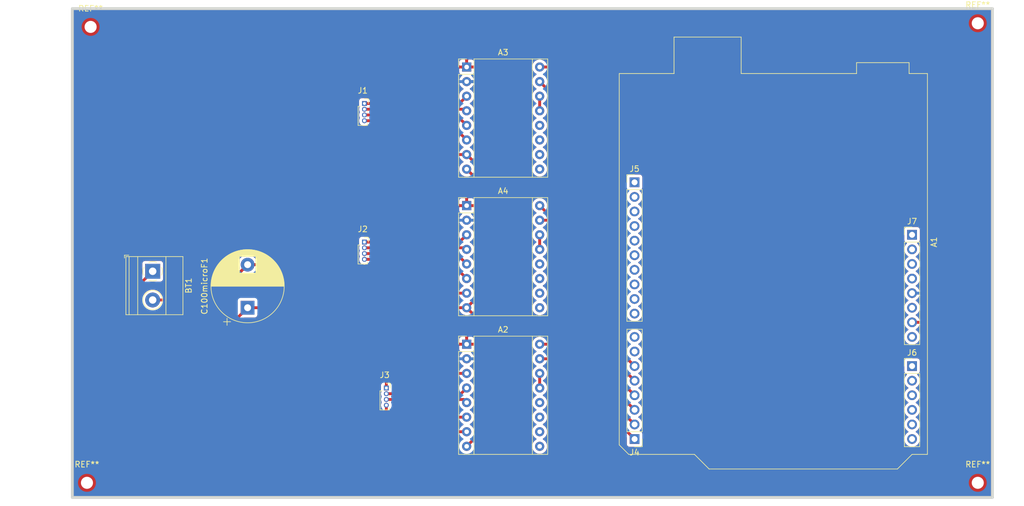
<source format=kicad_pcb>
(kicad_pcb (version 20171130) (host pcbnew "(5.1.9)-1")
  (layers (0 F.Cu signal) (31 B.Cu signal) (34 B.Paste user) (35 F.Paste user) (36 B.SilkS user) (37 F.SilkS user) (38 B.Mask user) (39 F.Mask user) (44 Edge.Cuts user))
  (net 0 "")
  (net 1 "Net-(A1-Pad32)")
  (net 2 "Net-(A1-Pad31)")
  (net 3 "Net-(A1-Pad1)")
  (net 4 "Net-(A1-Pad17)")
  (net 5 "Net-(A1-Pad2)")
  (net 6 "Net-(A1-Pad18)")
  (net 7 "Net-(A1-Pad3)")
  (net 8 "Net-(A1-Pad19)")
  (net 9 "Net-(A1-Pad4)")
  (net 10 "Net-(A1-Pad20)")
  (net 11 +5V)
  (net 12 "Net-(A1-Pad21)")
  (net 13 "Net-(A1-Pad6)")
  (net 14 "Net-(A1-Pad22)")
  (net 15 GND)
  (net 16 "Net-(A1-Pad23)")
  (net 17 "Net-(A1-Pad8)")
  (net 18 "Net-(A1-Pad24)")
  (net 19 "Net-(A1-Pad9)")
  (net 20 "Net-(A1-Pad25)")
  (net 21 "Net-(A1-Pad10)")
  (net 22 "Net-(A1-Pad26)")
  (net 23 "Net-(A1-Pad11)")
  (net 24 "Net-(A1-Pad27)")
  (net 25 "Net-(A1-Pad12)")
  (net 26 "Net-(A1-Pad28)")
  (net 27 "Net-(A1-Pad13)")
  (net 28 "Net-(A1-Pad29)")
  (net 29 "Net-(A1-Pad14)")
  (net 30 "Net-(A1-Pad30)")
  (net 31 "Net-(A1-Pad15)")
  (net 32 "Net-(A1-Pad16)")
  (net 33 "Net-(A2-Pad9)")
  (net 34 "Net-(A2-Pad10)")
  (net 35 "Net-(A2-Pad3)")
  (net 36 "Net-(A2-Pad11)")
  (net 37 "Net-(A2-Pad4)")
  (net 38 "Net-(A2-Pad12)")
  (net 39 "Net-(A2-Pad5)")
  (net 40 "Net-(A2-Pad13)")
  (net 41 "Net-(A2-Pad6)")
  (net 42 "Net-(A2-Pad7)")
  (net 43 "Net-(A2-Pad8)")
  (net 44 "Net-(A3-Pad9)")
  (net 45 "Net-(A3-Pad10)")
  (net 46 "Net-(A3-Pad3)")
  (net 47 "Net-(A3-Pad11)")
  (net 48 "Net-(A3-Pad4)")
  (net 49 "Net-(A3-Pad12)")
  (net 50 "Net-(A3-Pad5)")
  (net 51 "Net-(A3-Pad13)")
  (net 52 "Net-(A3-Pad6)")
  (net 53 "Net-(A4-Pad13)")
  (net 54 "Net-(A4-Pad6)")
  (net 55 "Net-(A4-Pad5)")
  (net 56 "Net-(A4-Pad12)")
  (net 57 "Net-(A4-Pad4)")
  (net 58 "Net-(A4-Pad11)")
  (net 59 "Net-(A4-Pad3)")
  (net 60 "Net-(A4-Pad10)")
  (net 61 "Net-(A4-Pad9)")
  (net 62 "Net-(J4-Pad7)")
  (net 63 "Net-(J4-Pad8)")
  (net 64 "Net-(J7-Pad1)")
  (net 65 "Net-(J7-Pad2)")
  (net 66 "Net-(J7-Pad3)")
  (net 67 "Net-(J7-Pad4)")
  (net 68 "Net-(J7-Pad5)")
  (net 69 "Net-(J7-Pad6)")
  (net 70 "Net-(J7-Pad7)")
  (net 71 "Net-(J7-Pad8)")
  (module Connector_PinHeader_2.54mm:PinHeader_1x08_P2.54mm_Vertical (layer F.Cu) (at 234.95 64.77)
    (fp_text reference J7 (at 0 -2.33) (layer F.SilkS))
    (fp_text value Conn_01x08_Male)
    (pad 1 thru_hole rect (at 0 0) (size 1.7 1.7) (drill 1) (layers *.Cu *.Mask) (net 64 "Net-(J7-Pad1)"))
    (pad 2 thru_hole oval (at 0 2.54) (size 1.7 1.7) (drill 1) (layers *.Cu *.Mask) (net 65 "Net-(J7-Pad2)"))
    (pad 3 thru_hole oval (at 0 5.08) (size 1.7 1.7) (drill 1) (layers *.Cu *.Mask) (net 66 "Net-(J7-Pad3)"))
    (pad 4 thru_hole oval (at 0 7.62) (size 1.7 1.7) (drill 1) (layers *.Cu *.Mask) (net 67 "Net-(J7-Pad4)"))
    (pad 5 thru_hole oval (at 0 10.16) (size 1.7 1.7) (drill 1) (layers *.Cu *.Mask) (net 68 "Net-(J7-Pad5)"))
    (pad 6 thru_hole oval (at 0 12.7) (size 1.7 1.7) (drill 1) (layers *.Cu *.Mask) (net 69 "Net-(J7-Pad6)"))
    (pad 7 thru_hole oval (at 0 15.24) (size 1.7 1.7) (drill 1) (layers *.Cu *.Mask) (net 70 "Net-(J7-Pad7)"))
    (pad 8 thru_hole oval (at 0 17.78) (size 1.7 1.7) (drill 1) (layers *.Cu *.Mask) (net 71 "Net-(J7-Pad8)"))
  )
  (module Module:Pololu_Breakout-16_15.2x20.3mm (layer F.Cu) (at 157.48 83.82)
    (fp_text reference A2 (at 6.35 -2.54) (layer F.SilkS))
    (fp_text value Pololu_Breakout_A4988)
    (pad 1 thru_hole rect (at 0 0) (size 1.6 1.6) (drill 0.8) (layers *.Cu *.Mask) (net 15 GND))
    (pad 9 thru_hole oval (at 12.7 17.78) (size 1.6 1.6) (drill 0.8) (layers *.Cu *.Mask) (net 33 "Net-(A2-Pad9)"))
    (pad 2 thru_hole oval (at 0 2.54) (size 1.6 1.6) (drill 0.8) (layers *.Cu *.Mask) (net 11 +5V))
    (pad 10 thru_hole oval (at 12.7 15.24) (size 1.6 1.6) (drill 0.8) (layers *.Cu *.Mask) (net 34 "Net-(A2-Pad10)"))
    (pad 3 thru_hole oval (at 0 5.08) (size 1.6 1.6) (drill 0.8) (layers *.Cu *.Mask) (net 35 "Net-(A2-Pad3)"))
    (pad 11 thru_hole oval (at 12.7 12.7) (size 1.6 1.6) (drill 0.8) (layers *.Cu *.Mask) (net 36 "Net-(A2-Pad11)"))
    (pad 4 thru_hole oval (at 0 7.62) (size 1.6 1.6) (drill 0.8) (layers *.Cu *.Mask) (net 37 "Net-(A2-Pad4)"))
    (pad 12 thru_hole oval (at 12.7 10.16) (size 1.6 1.6) (drill 0.8) (layers *.Cu *.Mask) (net 38 "Net-(A2-Pad12)"))
    (pad 5 thru_hole oval (at 0 10.16) (size 1.6 1.6) (drill 0.8) (layers *.Cu *.Mask) (net 39 "Net-(A2-Pad5)"))
    (pad 13 thru_hole oval (at 12.7 7.62) (size 1.6 1.6) (drill 0.8) (layers *.Cu *.Mask) (net 40 "Net-(A2-Pad13)"))
    (pad 6 thru_hole oval (at 0 12.7) (size 1.6 1.6) (drill 0.8) (layers *.Cu *.Mask) (net 41 "Net-(A2-Pad6)"))
    (pad 14 thru_hole oval (at 12.7 5.08) (size 1.6 1.6) (drill 0.8) (layers *.Cu *.Mask) (net 40 "Net-(A2-Pad13)"))
    (pad 7 thru_hole oval (at 0 15.24) (size 1.6 1.6) (drill 0.8) (layers *.Cu *.Mask) (net 42 "Net-(A2-Pad7)"))
    (pad 15 thru_hole oval (at 12.7 2.54) (size 1.6 1.6) (drill 0.8) (layers *.Cu *.Mask) (net 31 "Net-(A1-Pad15)"))
    (pad 8 thru_hole oval (at 0 17.78) (size 1.6 1.6) (drill 0.8) (layers *.Cu *.Mask) (net 43 "Net-(A2-Pad8)"))
    (pad 16 thru_hole oval (at 12.7 0) (size 1.6 1.6) (drill 0.8) (layers *.Cu *.Mask) (net 32 "Net-(A1-Pad16)"))
  )
  (module MountingHole:MountingHole_2.1mm (layer F.Cu) (at 92.075 28.575)
    (fp_text reference REF** (at 0 -3.2) (layer F.SilkS))
    (fp_text value MountingHole_2.1mm)
    (pad "" np_thru_hole circle (at 0 0) (size 2.1 2.1) (drill 2.1) (layers *.Cu *.Mask))
  )
  (module MountingHole:MountingHole_2.1mm (layer F.Cu) (at 91.44 107.95)
    (fp_text reference REF** (at 0 -3.2) (layer F.SilkS))
    (fp_text value MountingHole_2.1mm)
    (pad "" np_thru_hole circle (at 0 0) (size 2.1 2.1) (drill 2.1) (layers *.Cu *.Mask))
  )
  (module MountingHole:MountingHole_2.1mm (layer F.Cu) (at 246.38 107.95)
    (fp_text reference REF** (at 0 -3.2) (layer F.SilkS))
    (fp_text value MountingHole_2.1mm)
    (pad "" np_thru_hole circle (at 0 0) (size 2.1 2.1) (drill 2.1) (layers *.Cu *.Mask))
  )
  (module MountingHole:MountingHole_2.1mm (layer F.Cu) (at 246.38 27.94)
    (fp_text reference REF** (at 0 -3.2) (layer F.SilkS))
    (fp_text value MountingHole_2.1mm)
    (pad "" np_thru_hole circle (at 0 0) (size 2.1 2.1) (drill 2.1) (layers *.Cu *.Mask))
  )
  (module Module:Arduino_UNO_R3 (layer F.Cu) (at 234.95 64.77 270)
    (fp_text reference A1 (at 1.27 -3.81 270) (layer F.SilkS))
    (fp_text value Arduino_UNO_R3)
    (pad 32 thru_hole oval (at -9.14 48.26) (size 1.6 1.6) (drill 1) (layers *.Cu *.Mask) (net 1 "Net-(A1-Pad32)"))
    (pad 31 thru_hole oval (at -6.6 48.26) (size 1.6 1.6) (drill 1) (layers *.Cu *.Mask) (net 2 "Net-(A1-Pad31)"))
    (pad 1 thru_hole rect (at 0 0) (size 1.6 1.6) (drill 1) (layers *.Cu *.Mask) (net 3 "Net-(A1-Pad1)"))
    (pad 17 thru_hole oval (at 30.48 48.26) (size 1.6 1.6) (drill 1) (layers *.Cu *.Mask) (net 4 "Net-(A1-Pad17)"))
    (pad 2 thru_hole oval (at 2.54 0) (size 1.6 1.6) (drill 1) (layers *.Cu *.Mask) (net 5 "Net-(A1-Pad2)"))
    (pad 18 thru_hole oval (at 27.94 48.26) (size 1.6 1.6) (drill 1) (layers *.Cu *.Mask) (net 6 "Net-(A1-Pad18)"))
    (pad 3 thru_hole oval (at 5.08 0) (size 1.6 1.6) (drill 1) (layers *.Cu *.Mask) (net 7 "Net-(A1-Pad3)"))
    (pad 19 thru_hole oval (at 25.4 48.26) (size 1.6 1.6) (drill 1) (layers *.Cu *.Mask) (net 8 "Net-(A1-Pad19)"))
    (pad 4 thru_hole oval (at 7.62 0) (size 1.6 1.6) (drill 1) (layers *.Cu *.Mask) (net 9 "Net-(A1-Pad4)"))
    (pad 20 thru_hole oval (at 22.86 48.26) (size 1.6 1.6) (drill 1) (layers *.Cu *.Mask) (net 10 "Net-(A1-Pad20)"))
    (pad 5 thru_hole oval (at 10.16 0) (size 1.6 1.6) (drill 1) (layers *.Cu *.Mask) (net 11 +5V))
    (pad 21 thru_hole oval (at 20.32 48.26) (size 1.6 1.6) (drill 1) (layers *.Cu *.Mask) (net 12 "Net-(A1-Pad21)"))
    (pad 6 thru_hole oval (at 12.7 0) (size 1.6 1.6) (drill 1) (layers *.Cu *.Mask) (net 13 "Net-(A1-Pad6)"))
    (pad 22 thru_hole oval (at 17.78 48.26) (size 1.6 1.6) (drill 1) (layers *.Cu *.Mask) (net 14 "Net-(A1-Pad22)"))
    (pad 7 thru_hole oval (at 15.24 0) (size 1.6 1.6) (drill 1) (layers *.Cu *.Mask) (net 15 GND))
    (pad 23 thru_hole oval (at 13.72 48.26) (size 1.6 1.6) (drill 1) (layers *.Cu *.Mask) (net 16 "Net-(A1-Pad23)"))
    (pad 8 thru_hole oval (at 17.78 0) (size 1.6 1.6) (drill 1) (layers *.Cu *.Mask) (net 17 "Net-(A1-Pad8)"))
    (pad 24 thru_hole oval (at 11.18 48.26) (size 1.6 1.6) (drill 1) (layers *.Cu *.Mask) (net 18 "Net-(A1-Pad24)"))
    (pad 9 thru_hole oval (at 22.86 0) (size 1.6 1.6) (drill 1) (layers *.Cu *.Mask) (net 19 "Net-(A1-Pad9)"))
    (pad 25 thru_hole oval (at 8.64 48.26) (size 1.6 1.6) (drill 1) (layers *.Cu *.Mask) (net 20 "Net-(A1-Pad25)"))
    (pad 10 thru_hole oval (at 25.4 0) (size 1.6 1.6) (drill 1) (layers *.Cu *.Mask) (net 21 "Net-(A1-Pad10)"))
    (pad 26 thru_hole oval (at 6.1 48.26) (size 1.6 1.6) (drill 1) (layers *.Cu *.Mask) (net 22 "Net-(A1-Pad26)"))
    (pad 11 thru_hole oval (at 27.94 0) (size 1.6 1.6) (drill 1) (layers *.Cu *.Mask) (net 23 "Net-(A1-Pad11)"))
    (pad 27 thru_hole oval (at 3.56 48.26) (size 1.6 1.6) (drill 1) (layers *.Cu *.Mask) (net 24 "Net-(A1-Pad27)"))
    (pad 12 thru_hole oval (at 30.48 0) (size 1.6 1.6) (drill 1) (layers *.Cu *.Mask) (net 25 "Net-(A1-Pad12)"))
    (pad 28 thru_hole oval (at 1.02 48.26) (size 1.6 1.6) (drill 1) (layers *.Cu *.Mask) (net 26 "Net-(A1-Pad28)"))
    (pad 13 thru_hole oval (at 33.02 0) (size 1.6 1.6) (drill 1) (layers *.Cu *.Mask) (net 27 "Net-(A1-Pad13)"))
    (pad 29 thru_hole oval (at -1.52 48.26) (size 1.6 1.6) (drill 1) (layers *.Cu *.Mask) (net 28 "Net-(A1-Pad29)"))
    (pad 14 thru_hole oval (at 35.56 0) (size 1.6 1.6) (drill 1) (layers *.Cu *.Mask) (net 29 "Net-(A1-Pad14)"))
    (pad 30 thru_hole oval (at -4.06 48.26) (size 1.6 1.6) (drill 1) (layers *.Cu *.Mask) (net 30 "Net-(A1-Pad30)"))
    (pad 15 thru_hole oval (at 35.56 48.26) (size 1.6 1.6) (drill 1) (layers *.Cu *.Mask) (net 31 "Net-(A1-Pad15)"))
    (pad 16 thru_hole oval (at 33.02 48.26) (size 1.6 1.6) (drill 1) (layers *.Cu *.Mask) (net 32 "Net-(A1-Pad16)"))
  )
  (module TerminalBlock_Phoenix:TerminalBlock_Phoenix_MKDS-1,5-2_1x02_P5.00mm_Horizontal (layer F.Cu) (at 102.87 71.12 270)
    (fp_text reference BT1 (at 2.5 -6.26 90) (layer F.SilkS))
    (fp_text value Battery)
    (pad 1 thru_hole rect (at 0 0 270) (size 2.6 2.6) (drill 1.3) (layers *.Cu *.Mask) (net 43 "Net-(A2-Pad8)"))
    (pad 2 thru_hole circle (at 5 0 270) (size 2.6 2.6) (drill 1.3) (layers *.Cu *.Mask) (net 42 "Net-(A2-Pad7)"))
  )
  (module Module:Pololu_Breakout-16_15.2x20.3mm (layer F.Cu) (at 157.48 35.56)
    (fp_text reference A3 (at 6.35 -2.54) (layer F.SilkS))
    (fp_text value Pololu_Breakout_A4988)
    (pad 1 thru_hole rect (at 0 0) (size 1.6 1.6) (drill 0.8) (layers *.Cu *.Mask) (net 15 GND))
    (pad 9 thru_hole oval (at 12.7 17.78) (size 1.6 1.6) (drill 0.8) (layers *.Cu *.Mask) (net 44 "Net-(A3-Pad9)"))
    (pad 2 thru_hole oval (at 0 2.54) (size 1.6 1.6) (drill 0.8) (layers *.Cu *.Mask) (net 11 +5V))
    (pad 10 thru_hole oval (at 12.7 15.24) (size 1.6 1.6) (drill 0.8) (layers *.Cu *.Mask) (net 45 "Net-(A3-Pad10)"))
    (pad 3 thru_hole oval (at 0 5.08) (size 1.6 1.6) (drill 0.8) (layers *.Cu *.Mask) (net 46 "Net-(A3-Pad3)"))
    (pad 11 thru_hole oval (at 12.7 12.7) (size 1.6 1.6) (drill 0.8) (layers *.Cu *.Mask) (net 47 "Net-(A3-Pad11)"))
    (pad 4 thru_hole oval (at 0 7.62) (size 1.6 1.6) (drill 0.8) (layers *.Cu *.Mask) (net 48 "Net-(A3-Pad4)"))
    (pad 12 thru_hole oval (at 12.7 10.16) (size 1.6 1.6) (drill 0.8) (layers *.Cu *.Mask) (net 49 "Net-(A3-Pad12)"))
    (pad 5 thru_hole oval (at 0 10.16) (size 1.6 1.6) (drill 0.8) (layers *.Cu *.Mask) (net 50 "Net-(A3-Pad5)"))
    (pad 13 thru_hole oval (at 12.7 7.62) (size 1.6 1.6) (drill 0.8) (layers *.Cu *.Mask) (net 51 "Net-(A3-Pad13)"))
    (pad 6 thru_hole oval (at 0 12.7) (size 1.6 1.6) (drill 0.8) (layers *.Cu *.Mask) (net 52 "Net-(A3-Pad6)"))
    (pad 14 thru_hole oval (at 12.7 5.08) (size 1.6 1.6) (drill 0.8) (layers *.Cu *.Mask) (net 51 "Net-(A3-Pad13)"))
    (pad 7 thru_hole oval (at 0 15.24) (size 1.6 1.6) (drill 0.8) (layers *.Cu *.Mask) (net 42 "Net-(A2-Pad7)"))
    (pad 15 thru_hole oval (at 12.7 2.54) (size 1.6 1.6) (drill 0.8) (layers *.Cu *.Mask) (net 8 "Net-(A1-Pad19)"))
    (pad 8 thru_hole oval (at 0 17.78) (size 1.6 1.6) (drill 0.8) (layers *.Cu *.Mask) (net 43 "Net-(A2-Pad8)"))
    (pad 16 thru_hole oval (at 12.7 0) (size 1.6 1.6) (drill 0.8) (layers *.Cu *.Mask) (net 10 "Net-(A1-Pad20)"))
  )
  (module Module:Pololu_Breakout-16_15.2x20.3mm (layer F.Cu) (at 157.48 59.69)
    (fp_text reference A4 (at 6.35 -2.54) (layer F.SilkS))
    (fp_text value Pololu_Breakout_A4988)
    (pad 16 thru_hole oval (at 12.7 0) (size 1.6 1.6) (drill 0.8) (layers *.Cu *.Mask) (net 6 "Net-(A1-Pad18)"))
    (pad 8 thru_hole oval (at 0 17.78) (size 1.6 1.6) (drill 0.8) (layers *.Cu *.Mask) (net 43 "Net-(A2-Pad8)"))
    (pad 15 thru_hole oval (at 12.7 2.54) (size 1.6 1.6) (drill 0.8) (layers *.Cu *.Mask) (net 4 "Net-(A1-Pad17)"))
    (pad 7 thru_hole oval (at 0 15.24) (size 1.6 1.6) (drill 0.8) (layers *.Cu *.Mask) (net 42 "Net-(A2-Pad7)"))
    (pad 14 thru_hole oval (at 12.7 5.08) (size 1.6 1.6) (drill 0.8) (layers *.Cu *.Mask) (net 53 "Net-(A4-Pad13)"))
    (pad 6 thru_hole oval (at 0 12.7) (size 1.6 1.6) (drill 0.8) (layers *.Cu *.Mask) (net 54 "Net-(A4-Pad6)"))
    (pad 13 thru_hole oval (at 12.7 7.62) (size 1.6 1.6) (drill 0.8) (layers *.Cu *.Mask) (net 53 "Net-(A4-Pad13)"))
    (pad 5 thru_hole oval (at 0 10.16) (size 1.6 1.6) (drill 0.8) (layers *.Cu *.Mask) (net 55 "Net-(A4-Pad5)"))
    (pad 12 thru_hole oval (at 12.7 10.16) (size 1.6 1.6) (drill 0.8) (layers *.Cu *.Mask) (net 56 "Net-(A4-Pad12)"))
    (pad 4 thru_hole oval (at 0 7.62) (size 1.6 1.6) (drill 0.8) (layers *.Cu *.Mask) (net 57 "Net-(A4-Pad4)"))
    (pad 11 thru_hole oval (at 12.7 12.7) (size 1.6 1.6) (drill 0.8) (layers *.Cu *.Mask) (net 58 "Net-(A4-Pad11)"))
    (pad 3 thru_hole oval (at 0 5.08) (size 1.6 1.6) (drill 0.8) (layers *.Cu *.Mask) (net 59 "Net-(A4-Pad3)"))
    (pad 10 thru_hole oval (at 12.7 15.24) (size 1.6 1.6) (drill 0.8) (layers *.Cu *.Mask) (net 60 "Net-(A4-Pad10)"))
    (pad 2 thru_hole oval (at 0 2.54) (size 1.6 1.6) (drill 0.8) (layers *.Cu *.Mask) (net 11 +5V))
    (pad 9 thru_hole oval (at 12.7 17.78) (size 1.6 1.6) (drill 0.8) (layers *.Cu *.Mask) (net 61 "Net-(A4-Pad9)"))
    (pad 1 thru_hole rect (at 0 0) (size 1.6 1.6) (drill 0.8) (layers *.Cu *.Mask) (net 15 GND))
  )
  (module Capacitor_THT:CP_Radial_D12.5mm_P7.50mm (layer F.Cu) (at 119.38 77.47 90)
    (fp_text reference C100microF1 (at 3.75 -7.5 90) (layer F.SilkS))
    (fp_text value CP1)
    (pad 1 thru_hole rect (at 0 0 90) (size 2.4 2.4) (drill 1.2) (layers *.Cu *.Mask) (net 43 "Net-(A2-Pad8)"))
    (pad 2 thru_hole circle (at 7.5 0 90) (size 2.4 2.4) (drill 1.2) (layers *.Cu *.Mask) (net 42 "Net-(A2-Pad7)"))
  )
  (module Connector_PinSocket_1.00mm:PinSocket_1x04_P1.00mm_Vertical (layer F.Cu) (at 139.7 41.91)
    (fp_text reference J1 (at -0.29 -2.25) (layer F.SilkS))
    (fp_text value Conn_01x04_Female)
    (pad 1 thru_hole rect (at 0 0) (size 0.85 0.85) (drill 0.5) (layers *.Cu *.Mask) (net 46 "Net-(A3-Pad3)"))
    (pad 2 thru_hole oval (at 0 1) (size 0.85 0.85) (drill 0.5) (layers *.Cu *.Mask) (net 48 "Net-(A3-Pad4)"))
    (pad 3 thru_hole oval (at 0 2) (size 0.85 0.85) (drill 0.5) (layers *.Cu *.Mask) (net 50 "Net-(A3-Pad5)"))
    (pad 4 thru_hole oval (at 0 3) (size 0.85 0.85) (drill 0.5) (layers *.Cu *.Mask) (net 52 "Net-(A3-Pad6)"))
  )
  (module Connector_PinSocket_1.00mm:PinSocket_1x04_P1.00mm_Vertical (layer F.Cu) (at 139.7 66.04)
    (fp_text reference J2 (at -0.29 -2.25) (layer F.SilkS))
    (fp_text value Conn_01x04_Female)
    (pad 1 thru_hole rect (at 0 0) (size 0.85 0.85) (drill 0.5) (layers *.Cu *.Mask) (net 59 "Net-(A4-Pad3)"))
    (pad 2 thru_hole oval (at 0 1) (size 0.85 0.85) (drill 0.5) (layers *.Cu *.Mask) (net 57 "Net-(A4-Pad4)"))
    (pad 3 thru_hole oval (at 0 2) (size 0.85 0.85) (drill 0.5) (layers *.Cu *.Mask) (net 55 "Net-(A4-Pad5)"))
    (pad 4 thru_hole oval (at 0 3) (size 0.85 0.85) (drill 0.5) (layers *.Cu *.Mask) (net 54 "Net-(A4-Pad6)"))
  )
  (module Connector_PinSocket_1.00mm:PinSocket_1x04_P1.00mm_Vertical (layer F.Cu) (at 143.51 91.44)
    (fp_text reference J3 (at -0.29 -2.25) (layer F.SilkS))
    (fp_text value Conn_01x04_Female)
    (pad 4 thru_hole oval (at 0 3) (size 0.85 0.85) (drill 0.5) (layers *.Cu *.Mask) (net 41 "Net-(A2-Pad6)"))
    (pad 3 thru_hole oval (at 0 2) (size 0.85 0.85) (drill 0.5) (layers *.Cu *.Mask) (net 39 "Net-(A2-Pad5)"))
    (pad 2 thru_hole oval (at 0 1) (size 0.85 0.85) (drill 0.5) (layers *.Cu *.Mask) (net 37 "Net-(A2-Pad4)"))
    (pad 1 thru_hole rect (at 0 0) (size 0.85 0.85) (drill 0.5) (layers *.Cu *.Mask) (net 35 "Net-(A2-Pad3)"))
  )
  (module Connector_PinHeader_2.54mm:PinHeader_1x08_P2.54mm_Vertical (layer F.Cu) (at 186.69 100.33 180)
    (fp_text reference J4 (at 0 -2.33) (layer F.SilkS))
    (fp_text value Conn_01x08_Male)
    (pad 1 thru_hole rect (at 0 0 180) (size 1.7 1.7) (drill 1) (layers *.Cu *.Mask) (net 31 "Net-(A1-Pad15)"))
    (pad 2 thru_hole oval (at 0 2.54 180) (size 1.7 1.7) (drill 1) (layers *.Cu *.Mask) (net 32 "Net-(A1-Pad16)"))
    (pad 3 thru_hole oval (at 0 5.08 180) (size 1.7 1.7) (drill 1) (layers *.Cu *.Mask) (net 4 "Net-(A1-Pad17)"))
    (pad 4 thru_hole oval (at 0 7.62 180) (size 1.7 1.7) (drill 1) (layers *.Cu *.Mask) (net 6 "Net-(A1-Pad18)"))
    (pad 5 thru_hole oval (at 0 10.16 180) (size 1.7 1.7) (drill 1) (layers *.Cu *.Mask) (net 8 "Net-(A1-Pad19)"))
    (pad 6 thru_hole oval (at 0 12.7 180) (size 1.7 1.7) (drill 1) (layers *.Cu *.Mask) (net 10 "Net-(A1-Pad20)"))
    (pad 7 thru_hole oval (at 0 15.24 180) (size 1.7 1.7) (drill 1) (layers *.Cu *.Mask) (net 62 "Net-(J4-Pad7)"))
    (pad 8 thru_hole oval (at 0 17.78 180) (size 1.7 1.7) (drill 1) (layers *.Cu *.Mask) (net 63 "Net-(J4-Pad8)"))
  )
  (module Connector_PinHeader_2.54mm:PinHeader_1x10_P2.54mm_Vertical (layer F.Cu) (at 186.68 55.63)
    (fp_text reference J5 (at 0 -2.33) (layer F.SilkS))
    (fp_text value Conn_01x10_Male)
    (pad 1 thru_hole rect (at 0 0) (size 1.7 1.7) (drill 1) (layers *.Cu *.Mask) (net 1 "Net-(A1-Pad32)"))
    (pad 2 thru_hole oval (at 0 2.54) (size 1.7 1.7) (drill 1) (layers *.Cu *.Mask) (net 2 "Net-(A1-Pad31)"))
    (pad 3 thru_hole oval (at 0 5.08) (size 1.7 1.7) (drill 1) (layers *.Cu *.Mask) (net 30 "Net-(A1-Pad30)"))
    (pad 4 thru_hole oval (at 0 7.62) (size 1.7 1.7) (drill 1) (layers *.Cu *.Mask) (net 28 "Net-(A1-Pad29)"))
    (pad 5 thru_hole oval (at 0 10.16) (size 1.7 1.7) (drill 1) (layers *.Cu *.Mask) (net 26 "Net-(A1-Pad28)"))
    (pad 6 thru_hole oval (at 0 12.7) (size 1.7 1.7) (drill 1) (layers *.Cu *.Mask) (net 24 "Net-(A1-Pad27)"))
    (pad 7 thru_hole oval (at 0 15.24) (size 1.7 1.7) (drill 1) (layers *.Cu *.Mask) (net 22 "Net-(A1-Pad26)"))
    (pad 8 thru_hole oval (at 0 17.78) (size 1.7 1.7) (drill 1) (layers *.Cu *.Mask) (net 20 "Net-(A1-Pad25)"))
    (pad 9 thru_hole oval (at 0 20.32) (size 1.7 1.7) (drill 1) (layers *.Cu *.Mask) (net 18 "Net-(A1-Pad24)"))
    (pad 10 thru_hole oval (at 0 22.86) (size 1.7 1.7) (drill 1) (layers *.Cu *.Mask) (net 16 "Net-(A1-Pad23)"))
  )
  (module Connector_PinHeader_2.54mm:PinHeader_1x06_P2.54mm_Vertical (layer F.Cu) (at 234.95 87.63)
    (fp_text reference J6 (at 0 -2.33) (layer F.SilkS))
    (fp_text value Conn_01x06_Male)
    (pad 1 thru_hole rect (at 0 0) (size 1.7 1.7) (drill 1) (layers *.Cu *.Mask) (net 19 "Net-(A1-Pad9)"))
    (pad 2 thru_hole oval (at 0 2.54) (size 1.7 1.7) (drill 1) (layers *.Cu *.Mask) (net 21 "Net-(A1-Pad10)"))
    (pad 3 thru_hole oval (at 0 5.08) (size 1.7 1.7) (drill 1) (layers *.Cu *.Mask) (net 23 "Net-(A1-Pad11)"))
    (pad 4 thru_hole oval (at 0 7.62) (size 1.7 1.7) (drill 1) (layers *.Cu *.Mask) (net 25 "Net-(A1-Pad12)"))
    (pad 5 thru_hole oval (at 0 10.16) (size 1.7 1.7) (drill 1) (layers *.Cu *.Mask) (net 27 "Net-(A1-Pad13)"))
    (pad 6 thru_hole oval (at 0 12.7) (size 1.7 1.7) (drill 1) (layers *.Cu *.Mask) (net 29 "Net-(A1-Pad14)"))
  )
  (gr_line (start 248.92 110.49) (end 88.9 110.49) (layer Edge.Cuts) (width 0.5))
  (gr_line (start 248.92 25.4) (end 248.92 110.49) (layer Edge.Cuts) (width 0.5))
  (gr_line (start 88.9 25.4) (end 248.92 25.4) (layer Edge.Cuts) (width 0.5))
  (gr_line (start 88.9 110.49) (end 88.9 25.4) (layer Edge.Cuts) (width 0.5))
  (segment (start 170.18 62.23) (end 171.58 62.23) (width 0.5) (layer F.Cu) (net 4))
  (segment (start 171.58 62.23) (end 174.37 65.02) (width 0.5) (layer F.Cu) (net 4))
  (segment (start 174.37 82.93) (end 186.69 95.25) (width 0.5) (layer F.Cu) (net 4))
  (segment (start 174.37 65.02) (end 174.37 82.93) (width 0.5) (layer F.Cu) (net 4))
  (segment (start 183.35998 72.86998) (end 170.18 59.69) (width 0.5) (layer F.Cu) (net 6))
  (segment (start 183.35998 89.37998) (end 183.35998 72.86998) (width 0.5) (layer F.Cu) (net 6))
  (segment (start 186.69 92.71) (end 183.35998 89.37998) (width 0.5) (layer F.Cu) (net 6))
  (segment (start 184.05999 87.53999) (end 184.05999 51.97999) (width 0.5) (layer F.Cu) (net 8))
  (segment (start 184.05999 51.97999) (end 170.18 38.1) (width 0.5) (layer F.Cu) (net 8))
  (segment (start 186.69 90.17) (end 184.05999 87.53999) (width 0.5) (layer F.Cu) (net 8))
  (segment (start 170.18 35.56) (end 173.13 35.56) (width 0.5) (layer F.Cu) (net 10))
  (segment (start 173.13 35.56) (end 184.76 47.19) (width 0.5) (layer F.Cu) (net 10))
  (segment (start 184.76 85.7) (end 186.69 87.63) (width 0.5) (layer F.Cu) (net 10))
  (segment (start 184.76 47.19) (end 184.76 85.7) (width 0.5) (layer F.Cu) (net 10))
  (segment (start 157.48 38.1) (end 158.75 38.1) (width 0.5) (layer B.Cu) (net 11))
  (segment (start 234.95 74.93) (end 236.855 74.93) (width 0.5) (layer B.Cu) (net 11))
  (segment (start 234.95 80.01) (end 240.665 80.01) (width 0.5) (layer F.Cu) (net 15))
  (segment (start 172.72 86.36) (end 186.69 100.33) (width 0.5) (layer F.Cu) (net 31))
  (segment (start 170.18 86.36) (end 172.72 86.36) (width 0.5) (layer F.Cu) (net 31))
  (segment (start 172.72 83.82) (end 186.69 97.79) (width 0.5) (layer F.Cu) (net 32))
  (segment (start 170.18 83.82) (end 172.72 83.82) (width 0.5) (layer F.Cu) (net 32))
  (segment (start 143.51 91.44) (end 143.51 88.9) (width 0.5) (layer F.Cu) (net 35))
  (segment (start 143.51 88.9) (end 157.48 88.9) (width 0.5) (layer F.Cu) (net 35))
  (segment (start 156.48 92.44) (end 157.48 91.44) (width 0.5) (layer F.Cu) (net 37))
  (segment (start 143.51 92.44) (end 156.48 92.44) (width 0.5) (layer F.Cu) (net 37))
  (segment (start 156.94 93.44) (end 157.48 93.98) (width 0.5) (layer F.Cu) (net 39))
  (segment (start 143.51 93.44) (end 156.94 93.44) (width 0.5) (layer F.Cu) (net 39))
  (segment (start 170.18 91.44) (end 170.18 88.9) (width 0.5) (layer F.Cu) (net 40))
  (segment (start 143.51 94.44) (end 143.51 96.52) (width 0.5) (layer F.Cu) (net 41))
  (segment (start 143.51 96.52) (end 157.48 96.52) (width 0.5) (layer F.Cu) (net 41))
  (segment (start 134.38 74.93) (end 157.48 74.93) (width 0.5) (layer F.Cu) (net 42))
  (segment (start 157.48 50.8) (end 133.35 50.8) (width 0.5) (layer F.Cu) (net 42))
  (segment (start 133.35 50.8) (end 129.54 54.61) (width 0.5) (layer F.Cu) (net 42))
  (segment (start 158.75 104.14) (end 161.99001 100.89999) (width 0.5) (layer F.Cu) (net 42))
  (segment (start 154.94 104.14) (end 158.75 104.14) (width 0.5) (layer F.Cu) (net 42))
  (segment (start 154.94 99.06) (end 154.94 104.14) (width 0.5) (layer F.Cu) (net 42))
  (segment (start 157.48 99.06) (end 154.94 99.06) (width 0.5) (layer F.Cu) (net 42))
  (segment (start 161.99001 55.31001) (end 157.48 50.8) (width 0.5) (layer F.Cu) (net 42))
  (segment (start 161.99001 100.89999) (end 161.99001 55.31001) (width 0.5) (layer F.Cu) (net 42))
  (segment (start 118.15 71.2) (end 119.38 69.97) (width 0.5) (layer F.Cu) (net 42))
  (segment (start 119.38 69.97) (end 129.42 69.97) (width 0.5) (layer F.Cu) (net 42))
  (segment (start 129.42 69.97) (end 134.38 74.93) (width 0.5) (layer F.Cu) (net 42))
  (segment (start 129.54 69.85) (end 129.42 69.97) (width 0.5) (layer F.Cu) (net 42))
  (segment (start 129.54 54.61) (end 129.54 69.85) (width 0.5) (layer F.Cu) (net 42))
  (segment (start 113.23 76.12) (end 119.38 69.97) (width 0.5) (layer F.Cu) (net 42))
  (segment (start 102.87 76.12) (end 113.23 76.12) (width 0.5) (layer F.Cu) (net 42))
  (segment (start 157.48 101.6) (end 161.29 97.79) (width 0.5) (layer F.Cu) (net 43))
  (segment (start 161.29 81.28) (end 157.48 77.47) (width 0.5) (layer F.Cu) (net 43))
  (segment (start 161.29 97.79) (end 161.29 81.28) (width 0.5) (layer F.Cu) (net 43))
  (segment (start 157.48 53.34) (end 160.02 55.88) (width 0.5) (layer F.Cu) (net 43))
  (segment (start 160.02 74.93) (end 157.48 77.47) (width 0.5) (layer F.Cu) (net 43))
  (segment (start 160.02 55.88) (end 160.02 74.93) (width 0.5) (layer F.Cu) (net 43))
  (segment (start 119.38 77.47) (end 157.48 77.47) (width 0.5) (layer F.Cu) (net 43))
  (segment (start 116.84 80.01) (end 119.38 77.47) (width 0.5) (layer F.Cu) (net 43))
  (segment (start 101.6 80.01) (end 116.84 80.01) (width 0.5) (layer F.Cu) (net 43))
  (segment (start 100.33 78.74) (end 101.6 80.01) (width 0.5) (layer F.Cu) (net 43))
  (segment (start 100.33 73.66) (end 100.33 78.74) (width 0.5) (layer F.Cu) (net 43))
  (segment (start 102.87 71.12) (end 100.33 73.66) (width 0.5) (layer F.Cu) (net 43))
  (segment (start 156.21 41.91) (end 157.48 40.64) (width 0.5) (layer F.Cu) (net 46))
  (segment (start 139.7 41.91) (end 156.21 41.91) (width 0.5) (layer F.Cu) (net 46))
  (segment (start 157.21 42.91) (end 157.48 43.18) (width 0.5) (layer F.Cu) (net 48))
  (segment (start 139.7 42.91) (end 157.21 42.91) (width 0.5) (layer F.Cu) (net 48))
  (segment (start 155.67 43.91) (end 157.48 45.72) (width 0.5) (layer F.Cu) (net 50))
  (segment (start 139.7 43.91) (end 155.67 43.91) (width 0.5) (layer F.Cu) (net 50))
  (segment (start 170.18 43.18) (end 170.18 40.64) (width 0.5) (layer F.Cu) (net 51))
  (segment (start 154.13 44.91) (end 157.48 48.26) (width 0.5) (layer F.Cu) (net 52))
  (segment (start 139.7 44.91) (end 154.13 44.91) (width 0.5) (layer F.Cu) (net 52))
  (segment (start 170.18 67.31) (end 170.18 64.77) (width 0.5) (layer F.Cu) (net 53))
  (segment (start 154.13 69.04) (end 157.48 72.39) (width 0.5) (layer F.Cu) (net 54))
  (segment (start 139.7 69.04) (end 154.13 69.04) (width 0.5) (layer F.Cu) (net 54))
  (segment (start 155.67 68.04) (end 157.48 69.85) (width 0.5) (layer F.Cu) (net 55))
  (segment (start 139.7 68.04) (end 155.67 68.04) (width 0.5) (layer F.Cu) (net 55))
  (segment (start 157.21 67.04) (end 157.48 67.31) (width 0.5) (layer F.Cu) (net 57))
  (segment (start 139.7 67.04) (end 157.21 67.04) (width 0.5) (layer F.Cu) (net 57))
  (segment (start 156.21 66.04) (end 157.48 64.77) (width 0.5) (layer F.Cu) (net 59))
  (segment (start 139.7 66.04) (end 156.21 66.04) (width 0.5) (layer F.Cu) (net 59))
  (zone (net 11) (net_name +5V) (layer B.Cu) (connect_pads (clearance 0.508)) (min_thickness 0.254) (fill yes (arc_segments 32) (thermal_gap 0.508) (thermal_bridge_width 0.508))
    (polygon (pts (xy 248.92 110.49) (xy 88.9 110.49) (xy 88.9 25.4) (xy 248.92 25.4)))
  )
  (zone (net 15) (net_name GND) (layer F.Cu) (connect_pads (clearance 0.508)) (min_thickness 0.254) (fill yes (arc_segments 32) (thermal_gap 0.508) (thermal_bridge_width 0.508))
    (polygon (pts (xy 248.92 110.49) (xy 88.9 110.49) (xy 88.9 25.4) (xy 248.92 25.4)))
  )
)
</source>
